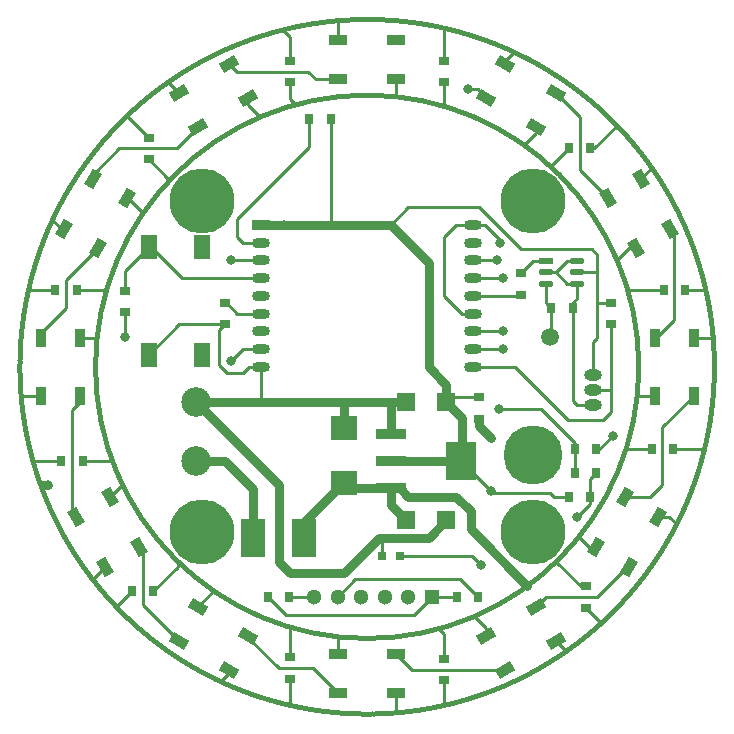
<source format=gtl>
G04 Layer_Physical_Order=1*
G04 Layer_Color=255*
%FSTAX42Y42*%
%MOMM*%
G71*
G01*
G75*
%ADD10C,0.41*%
%ADD11R,0.80X0.95*%
%ADD12R,0.80X0.80*%
%ADD13R,0.95X0.80*%
%ADD14O,1.20X0.55*%
%ADD15R,1.20X0.55*%
%ADD16R,1.40X2.10*%
%ADD17R,2.30X2.00*%
%ADD18R,1.60X1.60*%
%ADD19R,2.55X0.95*%
%ADD20R,2.55X3.30*%
%ADD21R,1.50X0.90*%
G04:AMPARAMS|DCode=22|XSize=1.5mm|YSize=0.9mm|CornerRadius=0mm|HoleSize=0mm|Usage=FLASHONLY|Rotation=30.000|XOffset=0mm|YOffset=0mm|HoleType=Round|Shape=Rectangle|*
%AMROTATEDRECTD22*
4,1,4,-0.42,-0.76,-0.87,0.01,0.42,0.76,0.87,-0.01,-0.42,-0.76,0.0*
%
%ADD22ROTATEDRECTD22*%

G04:AMPARAMS|DCode=23|XSize=1.5mm|YSize=0.9mm|CornerRadius=0mm|HoleSize=0mm|Usage=FLASHONLY|Rotation=60.000|XOffset=0mm|YOffset=0mm|HoleType=Round|Shape=Rectangle|*
%AMROTATEDRECTD23*
4,1,4,0.01,-0.87,-0.76,-0.42,-0.01,0.87,0.76,0.42,0.01,-0.87,0.0*
%
%ADD23ROTATEDRECTD23*%

%ADD24R,0.90X1.50*%
G04:AMPARAMS|DCode=25|XSize=1.5mm|YSize=0.9mm|CornerRadius=0mm|HoleSize=0mm|Usage=FLASHONLY|Rotation=120.000|XOffset=0mm|YOffset=0mm|HoleType=Round|Shape=Rectangle|*
%AMROTATEDRECTD25*
4,1,4,0.76,-0.42,-0.01,-0.87,-0.76,0.42,0.01,0.87,0.76,-0.42,0.0*
%
%ADD25ROTATEDRECTD25*%

G04:AMPARAMS|DCode=26|XSize=1.5mm|YSize=0.9mm|CornerRadius=0mm|HoleSize=0mm|Usage=FLASHONLY|Rotation=150.000|XOffset=0mm|YOffset=0mm|HoleType=Round|Shape=Rectangle|*
%AMROTATEDRECTD26*
4,1,4,0.87,0.01,0.42,-0.76,-0.87,-0.01,-0.42,0.76,0.87,0.01,0.0*
%
%ADD26ROTATEDRECTD26*%

%ADD27O,1.50X0.90*%
%ADD28R,2.00X3.30*%
%ADD29C,0.25*%
%ADD30C,0.76*%
%ADD31C,2.50*%
%ADD32O,1.50X1.00*%
%ADD33C,1.30*%
%ADD34R,1.30X1.30*%
%ADD35C,5.50*%
%ADD36C,5.00*%
%ADD37C,1.50*%
%ADD38C,0.81*%
D10*
X025996Y039259D02*
G03*
X026033Y039294I-001967J002185D01*
G01*
X025957Y039225D02*
G03*
X025996Y039259I-001929J002219D01*
G01*
X02464Y038568D02*
G03*
X02469Y038579I-000611J002876D01*
G01*
D02*
G03*
X02474Y038591I-000661J002865D01*
G01*
X021878Y039439D02*
G03*
X021913Y039401I00215J002005D01*
G01*
D02*
G03*
X021949Y039365I002115J002042D01*
G01*
X021188Y040683D02*
G03*
X021202Y040633I00284J000761D01*
G01*
D02*
G03*
X021217Y040584I002826J00081D01*
G01*
X021176Y042155D02*
G03*
X021164Y042105I002853J-000711D01*
G01*
D02*
G03*
X021153Y042055I002865J-000661D01*
G01*
X025317Y044086D02*
G03*
X025271Y044108I-001289J-002642D01*
G01*
D02*
G03*
X025224Y04413I-001242J-002665D01*
G01*
X023823Y044377D02*
G03*
X023772Y044373I000205J-002933D01*
G01*
D02*
G03*
X023721Y044368I000256J-002929D01*
G01*
X022342Y043852D02*
G03*
X0223Y043822I001686J-002408D01*
G01*
X022384Y043881D02*
G03*
X022342Y043852I001644J-002437D01*
G01*
X021386Y042733D02*
G03*
X021364Y042686I002642J-001289D01*
G01*
D02*
G03*
X021342Y04264I002665J-001242D01*
G01*
X021099Y041188D02*
G03*
X021104Y041136I002929J000256D01*
G01*
X021095Y041239D02*
G03*
X021099Y041188I002933J000205D01*
G01*
X02168Y039674D02*
G03*
X021712Y039634I002348J001769D01*
G01*
Y039634D02*
G03*
X021743Y039594I002317J00181D01*
G01*
X024233Y038511D02*
G03*
X024284Y038515I-000205J002933D01*
G01*
D02*
G03*
X024336Y03852I-000256J002929D01*
G01*
X025715Y039035D02*
G03*
X025756Y039065I-001686J002408D01*
G01*
X025672Y039006D02*
G03*
X025715Y039035I-001644J002437D01*
G01*
X026648Y040109D02*
G03*
X026671Y040155I-00262J001335D01*
G01*
X026624Y040064D02*
G03*
X026648Y040109I-002596J00138D01*
G01*
X026957Y0417D02*
G03*
X026952Y041751I-002929J-000256D01*
G01*
X026961Y041649D02*
G03*
X026957Y0417I-002933J-000205D01*
G01*
X026466Y043088D02*
G03*
X026437Y04313I-002437J-001644D01*
G01*
D02*
G03*
X026407Y043172I-002408J-001686D01*
G01*
X021986Y043559D02*
G03*
X021949Y043523I002042J-002115D01*
G01*
X022023Y043594D02*
G03*
X021986Y043559I002005J-00215D01*
G01*
X026143Y043486D02*
G03*
X026107Y043523I-002115J-002042D01*
G01*
X026178Y043449D02*
G03*
X026143Y043486I-00215J-002005D01*
G01*
X026968Y041444D02*
G03*
X026968Y041495I-00294J0D01*
G01*
D02*
G03*
X026966Y041546I-00294J-000051D01*
G01*
D02*
G03*
X026964Y041598I-002938J-000103D01*
G01*
D02*
G03*
X026961Y041649I-002936J-000154D01*
G01*
D02*
G03*
X026957Y0417I-002933J-000205D01*
G01*
D02*
G03*
X026952Y041751I-002929J-000256D01*
G01*
D02*
G03*
X026946Y041802I-002924J-000307D01*
G01*
D02*
G03*
X02694Y041853I-002918J-000358D01*
G01*
D02*
G03*
X026932Y041904I-002911J-000409D01*
G01*
D02*
G03*
X026924Y041954I-002904J-00046D01*
G01*
D02*
G03*
X026914Y042005I-002895J-000511D01*
G01*
D02*
G03*
X026904Y042055I-002886J-000561D01*
G01*
D02*
G03*
X026893Y042105I-002876J-000611D01*
G01*
D02*
G03*
X026881Y042155I-002865J-000661D01*
G01*
D02*
G03*
X026868Y042205I-002853J-000711D01*
G01*
D02*
G03*
X026854Y042254I-00284J-000761D01*
G01*
D02*
G03*
X02684Y042303I-002826J-00081D01*
G01*
D02*
G03*
X026824Y042352I-002812J-00086D01*
G01*
D02*
G03*
X026808Y042401I-002796J-000909D01*
G01*
D02*
G03*
X026791Y042449I-00278J-000957D01*
G01*
D02*
G03*
X026773Y042497I-002763J-001006D01*
G01*
D02*
G03*
X026754Y042545I-002745J-001054D01*
G01*
D02*
G03*
X026735Y042593I-002726J-001101D01*
G01*
D02*
G03*
X026714Y04264I-002706J-001149D01*
G01*
D02*
G03*
X026693Y042686I-002686J-001196D01*
G01*
D02*
G03*
X026671Y042733I-002665J-001242D01*
G01*
D02*
G03*
X026648Y042778I-002642J-001289D01*
G01*
D02*
G03*
X026624Y042824I-00262J-001335D01*
G01*
D02*
G03*
X0266Y042869I-002596J-00138D01*
G01*
D02*
G03*
X026574Y042914I-002571J-001425D01*
G01*
D02*
G03*
X026548Y042958I-002546J-00147D01*
G01*
D02*
G03*
X026522Y043002I-00252J-001514D01*
G01*
D02*
G03*
X026494Y043045I-002493J-001558D01*
G01*
D02*
G03*
X026466Y043088I-002466J-001601D01*
G01*
D02*
G03*
X026437Y04313I-002437J-001644D01*
G01*
D02*
G03*
X026407Y043172I-002408J-001686D01*
G01*
D02*
G03*
X026376Y043213I-002379J-001728D01*
G01*
D02*
G03*
X026345Y043254I-002348J-001769D01*
G01*
D02*
G03*
X026313Y043294I-002317J-00181D01*
G01*
D02*
G03*
X02628Y043334I-002285J-00185D01*
G01*
D02*
G03*
X026247Y043373I-002252J-00189D01*
G01*
D02*
G03*
X026213Y043411I-002219J-001929D01*
G01*
D02*
G03*
X026178Y043449I-002185J-001967D01*
G01*
D02*
G03*
X026143Y043486I-00215J-002005D01*
G01*
D02*
G03*
X026107Y043523I-002115J-002042D01*
G01*
D02*
G03*
X026071Y043559I-002079J-002079D01*
G01*
D02*
G03*
X026033Y043594I-002042J-002115D01*
G01*
D02*
G03*
X025996Y043629I-002005J-00215D01*
G01*
D02*
G03*
X025957Y043663I-001967J-002185D01*
G01*
D02*
G03*
X025918Y043696I-001929J-002219D01*
G01*
D02*
G03*
X025878Y043729I-00189J-002252D01*
G01*
D02*
G03*
X025838Y043761I-00185J-002285D01*
G01*
D02*
G03*
X025798Y043792I-00181J-002317D01*
G01*
D02*
G03*
X025756Y043822I-001769J-002348D01*
G01*
D02*
G03*
X025715Y043852I-001728J-002379D01*
G01*
D02*
G03*
X025672Y043881I-001686J-002408D01*
G01*
D02*
G03*
X025629Y043909I-001644J-002437D01*
G01*
D02*
G03*
X025586Y043937I-001601J-002466D01*
G01*
D02*
G03*
X025542Y043964I-001558J-002493D01*
G01*
D02*
G03*
X025498Y04399I-001514J-00252D01*
G01*
D02*
G03*
X025454Y044015I-00147J-002546D01*
G01*
D02*
G03*
X025409Y04404I-001425J-002571D01*
G01*
D02*
G03*
X025363Y044063I-00138J-002596D01*
G01*
D02*
G03*
X025317Y044086I-001335J-00262D01*
G01*
D02*
G03*
X025271Y044108I-001289J-002642D01*
G01*
D02*
G03*
X025224Y04413I-001242J-002665D01*
G01*
D02*
G03*
X025177Y04415I-001196J-002686D01*
G01*
D02*
G03*
X02513Y04417I-001149J-002706D01*
G01*
D02*
G03*
X025082Y044188I-001101J-002726D01*
G01*
D02*
G03*
X025034Y044206I-001054J-002745D01*
G01*
D02*
G03*
X024985Y044224I-001006J-002763D01*
G01*
D02*
G03*
X024937Y04424I-000957J-00278D01*
G01*
D02*
G03*
X024888Y044255I-000909J-002796D01*
G01*
D02*
G03*
X024839Y04427I-00086J-002812D01*
G01*
D02*
G03*
X024789Y044284I-00081J-002826D01*
G01*
D02*
G03*
X02474Y044296I-000761J-00284D01*
G01*
D02*
G03*
X02469Y044308I-000711J-002853D01*
G01*
D02*
G03*
X02464Y04432I-000661J-002865D01*
G01*
D02*
G03*
X024589Y04433I-000611J-002876D01*
G01*
D02*
G03*
X024539Y044339I-000561J-002886D01*
G01*
D02*
G03*
X024488Y044348I-000511J-002895D01*
G01*
D02*
G03*
X024437Y044355I-00046J-002904D01*
G01*
D02*
G03*
X024387Y044362I-000409J-002911D01*
G01*
D02*
G03*
X024336Y044368I-000358J-002918D01*
G01*
D02*
G03*
X024284Y044373I-000307J-002924D01*
G01*
D02*
G03*
X024233Y044377I-000256J-002929D01*
G01*
D02*
G03*
X024182Y04438I-000205J-002933D01*
G01*
D02*
G03*
X024131Y044382I-000154J-002936D01*
G01*
D02*
G03*
X02408Y044383I-000103J-002938D01*
G01*
D02*
G03*
X024028Y044384I-000051J-00294D01*
G01*
D02*
G03*
X023977Y044383I0J-00294D01*
G01*
D02*
G03*
X023926Y044382I000051J-00294D01*
G01*
D02*
G03*
X023874Y04438I000103J-002938D01*
G01*
D02*
G03*
X023823Y044377I000154J-002936D01*
G01*
D02*
G03*
X023772Y044373I000205J-002933D01*
G01*
D02*
G03*
X023721Y044368I000256J-002929D01*
G01*
D02*
G03*
X02367Y044362I000307J-002924D01*
G01*
D02*
G03*
X023619Y044355I000358J-002918D01*
G01*
D02*
G03*
X023568Y044348I000409J-002911D01*
G01*
D02*
G03*
X023518Y044339I00046J-002904D01*
G01*
D02*
G03*
X023467Y04433I000511J-002895D01*
G01*
D02*
G03*
X023417Y04432I000561J-002886D01*
G01*
D02*
G03*
X023367Y044308I000611J-002876D01*
G01*
D02*
G03*
X023317Y044296I000661J-002865D01*
G01*
D02*
G03*
X023267Y044284I000711J-002853D01*
G01*
D02*
G03*
X023218Y04427I000761J-00284D01*
G01*
D02*
G03*
X023169Y044255I00081J-002826D01*
G01*
D02*
G03*
X02312Y04424I00086J-002812D01*
G01*
D02*
G03*
X023071Y044224I000909J-002796D01*
G01*
D02*
G03*
X023023Y044206I000957J-00278D01*
G01*
D02*
G03*
X022975Y044188I001006J-002763D01*
G01*
D02*
G03*
X022927Y04417I001054J-002745D01*
G01*
D02*
G03*
X02288Y04415I001101J-002726D01*
G01*
D02*
G03*
X022832Y04413I001149J-002706D01*
G01*
D02*
G03*
X022786Y044108I001196J-002686D01*
G01*
D02*
G03*
X022739Y044086I001242J-002665D01*
G01*
D02*
G03*
X022694Y044063I001289J-002642D01*
G01*
D02*
G03*
X022648Y04404I001335J-00262D01*
G01*
D02*
G03*
X022603Y044015I00138J-002596D01*
G01*
D02*
G03*
X022558Y04399I001425J-002571D01*
G01*
D02*
G03*
X022514Y043964I00147J-002546D01*
G01*
D02*
G03*
X02247Y043937I001514J-00252D01*
G01*
D02*
G03*
X022427Y043909I001558J-002493D01*
G01*
D02*
G03*
X022384Y043881I001601J-002466D01*
G01*
D02*
G03*
X022342Y043852I001644J-002437D01*
G01*
D02*
G03*
X0223Y043822I001686J-002408D01*
G01*
D02*
G03*
X022259Y043792I001728J-002379D01*
G01*
D02*
G03*
X022218Y043761I001769J-002348D01*
G01*
D02*
G03*
X022178Y043729I00181J-002317D01*
G01*
D02*
G03*
X022138Y043696I00185J-002285D01*
G01*
D02*
G03*
X022099Y043663I00189J-002252D01*
G01*
D02*
G03*
X022061Y043629I001929J-002219D01*
G01*
D02*
G03*
X022023Y043594I001967J-002185D01*
G01*
D02*
G03*
X021986Y043559I002005J-00215D01*
G01*
D02*
G03*
X021949Y043523I002042J-002115D01*
G01*
D02*
G03*
X021913Y043486I002079J-002079D01*
G01*
D02*
G03*
X021878Y043449I002115J-002042D01*
G01*
D02*
G03*
X021843Y043411I00215J-002005D01*
G01*
D02*
G03*
X021809Y043373I002185J-001967D01*
G01*
D02*
G03*
X021776Y043334I002219J-001929D01*
G01*
D02*
G03*
X021743Y043294I002252J-00189D01*
G01*
D02*
G03*
X021712Y043254I002285J-00185D01*
G01*
D02*
G03*
X02168Y043213I002317J-00181D01*
G01*
D02*
G03*
X02165Y043172I002348J-001769D01*
G01*
D02*
G03*
X02162Y04313I002379J-001728D01*
G01*
D02*
G03*
X021591Y043088I002408J-001686D01*
G01*
D02*
G03*
X021563Y043045I002437J-001644D01*
G01*
D02*
G03*
X021535Y043002I002466J-001601D01*
G01*
D02*
G03*
X021508Y042958I002493J-001558D01*
G01*
D02*
G03*
X021482Y042914I00252J-001514D01*
G01*
D02*
G03*
X021457Y042869I002546J-00147D01*
G01*
D02*
G03*
X021432Y042824I002571J-001425D01*
G01*
D02*
G03*
X021409Y042778I002596J-00138D01*
G01*
D02*
G03*
X021386Y042733I00262J-001335D01*
G01*
D02*
G03*
X021364Y042686I002642J-001289D01*
G01*
D02*
G03*
X021342Y04264I002665J-001242D01*
G01*
D02*
G03*
X021322Y042593I002686J-001196D01*
G01*
D02*
G03*
X021302Y042545I002706J-001149D01*
G01*
D02*
G03*
X021284Y042497I002726J-001101D01*
G01*
D02*
G03*
X021266Y042449I002745J-001054D01*
G01*
D02*
G03*
X021248Y042401I002763J-001006D01*
G01*
D02*
G03*
X021232Y042352I00278J-000957D01*
G01*
D02*
G03*
X021217Y042303I002796J-000909D01*
G01*
D02*
G03*
X021202Y042254I002812J-00086D01*
G01*
D02*
G03*
X021188Y042205I002826J-00081D01*
G01*
D02*
G03*
X021176Y042155I00284J-000761D01*
G01*
D02*
G03*
X021164Y042105I002853J-000711D01*
G01*
D02*
G03*
X021153Y042055I002865J-000661D01*
G01*
D02*
G03*
X021142Y042005I002876J-000611D01*
G01*
D02*
G03*
X021133Y041954I002886J-000561D01*
G01*
D02*
G03*
X021124Y041904I002895J-000511D01*
G01*
D02*
G03*
X021117Y041853I002904J-00046D01*
G01*
D02*
G03*
X02111Y041802I002911J-000409D01*
G01*
D02*
G03*
X021104Y041751I002918J-000358D01*
G01*
D02*
G03*
X021099Y0417I002924J-000307D01*
G01*
D02*
G03*
X021095Y041649I002929J-000256D01*
G01*
D02*
G03*
X021092Y041598I002933J-000205D01*
G01*
D02*
G03*
X02109Y041546I002936J-000154D01*
G01*
D02*
G03*
X021089Y041495I002938J-000103D01*
G01*
D02*
G03*
X021088Y041444I00294J-000051D01*
G01*
D02*
G03*
X021089Y041392I00294J0D01*
G01*
D02*
G03*
X02109Y041341I00294J000051D01*
G01*
D02*
G03*
X021092Y04129I002938J000103D01*
G01*
D02*
G03*
X021095Y041239I002936J000154D01*
G01*
D02*
G03*
X021099Y041188I002933J000205D01*
G01*
D02*
G03*
X021104Y041136I002929J000256D01*
G01*
D02*
G03*
X02111Y041085I002924J000307D01*
G01*
D02*
G03*
X021117Y041035I002918J000358D01*
G01*
D02*
G03*
X021124Y040984I002911J000409D01*
G01*
D02*
G03*
X021133Y040933I002904J00046D01*
G01*
D02*
G03*
X021142Y040883I002895J000511D01*
G01*
D02*
G03*
X021153Y040833I002886J000561D01*
G01*
D02*
G03*
X021164Y040782I002876J000611D01*
G01*
D02*
G03*
X021176Y040733I002865J000661D01*
G01*
D02*
G03*
X021188Y040683I002853J000711D01*
G01*
D02*
G03*
X021202Y040633I00284J000761D01*
G01*
D02*
G03*
X021217Y040584I002826J00081D01*
G01*
D02*
G03*
X021232Y040535I002812J00086D01*
G01*
D02*
G03*
X021248Y040487I002796J000909D01*
G01*
D02*
G03*
X021266Y040438I00278J000957D01*
G01*
D02*
G03*
X021284Y04039I002763J001006D01*
G01*
D02*
G03*
X021302Y040342I002745J001054D01*
G01*
D02*
G03*
X021322Y040295I002726J001101D01*
G01*
D02*
G03*
X021342Y040248I002706J001149D01*
G01*
D02*
G03*
X021364Y040201I002686J001196D01*
G01*
D02*
G03*
X021386Y040155I002665J001242D01*
G01*
D02*
G03*
X021409Y040109I002642J001289D01*
G01*
D02*
G03*
X021432Y040064I00262J001335D01*
G01*
D02*
G03*
X021457Y040018I002596J00138D01*
G01*
D02*
G03*
X021482Y039974I002571J001425D01*
G01*
D02*
G03*
X021508Y03993I002546J00147D01*
G01*
D02*
G03*
X021535Y039886I00252J001514D01*
G01*
D02*
G03*
X021563Y039843I002493J001558D01*
G01*
D02*
G03*
X021591Y0398I002466J001601D01*
G01*
D02*
G03*
X02162Y039757I002437J001644D01*
G01*
D02*
G03*
X02165Y039716I002408J001686D01*
G01*
D02*
G03*
X02168Y039674I002379J001728D01*
G01*
D02*
G03*
X021712Y039634I002348J001769D01*
G01*
D02*
G03*
X021743Y039594I002317J00181D01*
G01*
D02*
G03*
X021776Y039554I002285J00185D01*
G01*
D02*
G03*
X021809Y039515I002252J00189D01*
G01*
D02*
G03*
X021843Y039477I002219J001929D01*
G01*
D02*
G03*
X021878Y039439I002185J001967D01*
G01*
D02*
G03*
X021913Y039401I00215J002005D01*
G01*
D02*
G03*
X021949Y039365I002115J002042D01*
G01*
D02*
G03*
X021986Y039329I002079J002079D01*
G01*
D02*
G03*
X022023Y039294I002042J002115D01*
G01*
D02*
G03*
X022061Y039259I002005J00215D01*
G01*
D02*
G03*
X022099Y039225I001967J002185D01*
G01*
D02*
G03*
X022138Y039192I001929J002219D01*
G01*
D02*
G03*
X022178Y039159I00189J002252D01*
G01*
D02*
G03*
X022218Y039127I00185J002285D01*
G01*
D02*
G03*
X022259Y039096I00181J002317D01*
G01*
D02*
G03*
X0223Y039065I001769J002348D01*
G01*
D02*
G03*
X022342Y039035I001728J002379D01*
G01*
D02*
G03*
X022384Y039006I001686J002408D01*
G01*
D02*
G03*
X022427Y038978I001644J002437D01*
G01*
D02*
G03*
X02247Y038951I001601J002466D01*
G01*
D02*
G03*
X022514Y038924I001558J002493D01*
G01*
D02*
G03*
X022558Y038898I001514J00252D01*
G01*
D02*
G03*
X022603Y038872I00147J002546D01*
G01*
D02*
G03*
X022648Y038848I001425J002571D01*
G01*
D02*
G03*
X022694Y038824I00138J002596D01*
G01*
D02*
G03*
X022739Y038801I001335J00262D01*
G01*
D02*
G03*
X022786Y038779I001289J002642D01*
G01*
D02*
G03*
X022832Y038758I001242J002665D01*
G01*
D02*
G03*
X02288Y038737I001196J002686D01*
G01*
D02*
G03*
X022927Y038718I001149J002706D01*
G01*
D02*
G03*
X022975Y038699I001101J002726D01*
G01*
D02*
G03*
X023023Y038681I001054J002745D01*
G01*
D02*
G03*
X023071Y038664I001006J002763D01*
G01*
D02*
G03*
X02312Y038648I000957J00278D01*
G01*
D02*
G03*
X023169Y038632I000909J002796D01*
G01*
D02*
G03*
X023218Y038618I00086J002812D01*
G01*
D02*
G03*
X023267Y038604I00081J002826D01*
G01*
D02*
G03*
X023317Y038591I000761J00284D01*
G01*
D02*
G03*
X023367Y038579I000711J002853D01*
G01*
D02*
G03*
X023417Y038568I000661J002865D01*
G01*
D02*
G03*
X023467Y038558I000611J002876D01*
G01*
D02*
G03*
X023518Y038548I000561J002886D01*
G01*
D02*
G03*
X023568Y03854I000511J002895D01*
G01*
D02*
G03*
X023619Y038532I00046J002904D01*
G01*
D02*
G03*
X02367Y038526I000409J002911D01*
G01*
D02*
G03*
X023721Y03852I000358J002918D01*
G01*
D02*
G03*
X023772Y038515I000307J002924D01*
G01*
D02*
G03*
X023823Y038511I000256J002929D01*
G01*
D02*
G03*
X023874Y038508I000205J002933D01*
G01*
D02*
G03*
X023926Y038506I000154J002936D01*
G01*
D02*
G03*
X023977Y038504I000103J002938D01*
G01*
D02*
G03*
X024028Y038504I000051J00294D01*
G01*
D02*
G03*
X02408Y038504I0J00294D01*
G01*
D02*
G03*
X024131Y038506I-000051J00294D01*
G01*
D02*
G03*
X024182Y038508I-000103J002938D01*
G01*
D02*
G03*
X024233Y038511I-000154J002936D01*
G01*
D02*
G03*
X024284Y038515I-000205J002933D01*
G01*
D02*
G03*
X024336Y03852I-000256J002929D01*
G01*
D02*
G03*
X024387Y038526I-000307J002924D01*
G01*
D02*
G03*
X024437Y038532I-000358J002918D01*
G01*
D02*
G03*
X024488Y03854I-000409J002911D01*
G01*
D02*
G03*
X024539Y038548I-00046J002904D01*
G01*
D02*
G03*
X024589Y038558I-000511J002895D01*
G01*
D02*
G03*
X02464Y038568I-000561J002886D01*
G01*
D02*
G03*
X02469Y038579I-000611J002876D01*
G01*
D02*
G03*
X02474Y038591I-000661J002865D01*
G01*
D02*
G03*
X024789Y038604I-000711J002853D01*
G01*
D02*
G03*
X024839Y038618I-000761J00284D01*
G01*
D02*
G03*
X024888Y038632I-00081J002826D01*
G01*
D02*
G03*
X024937Y038648I-00086J002812D01*
G01*
D02*
G03*
X024985Y038664I-000909J002796D01*
G01*
D02*
G03*
X025034Y038681I-000957J00278D01*
G01*
D02*
G03*
X025082Y038699I-001006J002763D01*
G01*
D02*
G03*
X02513Y038718I-001054J002745D01*
G01*
D02*
G03*
X025177Y038737I-001101J002726D01*
G01*
D02*
G03*
X025224Y038758I-001149J002706D01*
G01*
D02*
G03*
X025271Y038779I-001196J002686D01*
G01*
D02*
G03*
X025317Y038801I-001242J002665D01*
G01*
D02*
G03*
X025363Y038824I-001289J002642D01*
G01*
D02*
G03*
X025409Y038848I-001335J00262D01*
G01*
D02*
G03*
X025454Y038872I-00138J002596D01*
G01*
D02*
G03*
X025498Y038898I-001425J002571D01*
G01*
D02*
G03*
X025542Y038924I-00147J002546D01*
G01*
D02*
G03*
X025586Y038951I-001514J00252D01*
G01*
D02*
G03*
X025629Y038978I-001558J002493D01*
G01*
D02*
G03*
X025672Y039006I-001601J002466D01*
G01*
D02*
G03*
X025715Y039035I-001644J002437D01*
G01*
D02*
G03*
X025756Y039065I-001686J002408D01*
G01*
D02*
G03*
X025798Y039096I-001728J002379D01*
G01*
D02*
G03*
X025838Y039127I-001769J002348D01*
G01*
D02*
G03*
X025878Y039159I-00181J002317D01*
G01*
D02*
G03*
X025918Y039192I-00185J002285D01*
G01*
D02*
G03*
X025957Y039225I-00189J002252D01*
G01*
D02*
G03*
X025996Y039259I-001929J002219D01*
G01*
D02*
G03*
X026033Y039294I-001967J002185D01*
G01*
D02*
G03*
X026071Y039329I-002005J00215D01*
G01*
D02*
G03*
X026107Y039365I-002042J002115D01*
G01*
D02*
G03*
X026143Y039401I-002079J002079D01*
G01*
D02*
G03*
X026178Y039439I-002115J002042D01*
G01*
D02*
G03*
X026213Y039477I-00215J002005D01*
G01*
D02*
G03*
X026247Y039515I-002185J001967D01*
G01*
D02*
G03*
X02628Y039554I-002219J001929D01*
G01*
D02*
G03*
X026313Y039594I-002252J00189D01*
G01*
D02*
G03*
X026345Y039634I-002285J00185D01*
G01*
D02*
G03*
X026376Y039674I-002317J00181D01*
G01*
D02*
G03*
X026407Y039716I-002348J001769D01*
G01*
D02*
G03*
X026437Y039757I-002379J001728D01*
G01*
D02*
G03*
X026466Y0398I-002408J001686D01*
G01*
D02*
G03*
X026494Y039843I-002437J001644D01*
G01*
D02*
G03*
X026522Y039886I-002466J001601D01*
G01*
D02*
G03*
X026548Y03993I-002493J001558D01*
G01*
D02*
G03*
X026574Y039974I-00252J001514D01*
G01*
D02*
G03*
X0266Y040018I-002546J00147D01*
G01*
D02*
G03*
X026624Y040064I-002571J001425D01*
G01*
D02*
G03*
X026648Y040109I-002596J00138D01*
G01*
D02*
G03*
X026671Y040155I-00262J001335D01*
G01*
D02*
G03*
X026693Y040201I-002642J001289D01*
G01*
D02*
G03*
X026714Y040248I-002665J001242D01*
G01*
D02*
G03*
X026735Y040295I-002686J001196D01*
G01*
D02*
G03*
X026754Y040342I-002706J001149D01*
G01*
D02*
G03*
X026773Y04039I-002726J001101D01*
G01*
D02*
G03*
X026791Y040438I-002745J001054D01*
G01*
D02*
G03*
X026808Y040487I-002763J001006D01*
G01*
D02*
G03*
X026824Y040535I-00278J000957D01*
G01*
D02*
G03*
X02684Y040584I-002796J000909D01*
G01*
D02*
G03*
X026854Y040633I-002812J00086D01*
G01*
D02*
G03*
X026868Y040683I-002826J00081D01*
G01*
D02*
G03*
X026881Y040733I-00284J000761D01*
G01*
D02*
G03*
X026893Y040782I-002853J000711D01*
G01*
D02*
G03*
X026904Y040833I-002865J000661D01*
G01*
D02*
G03*
X026914Y040883I-002876J000611D01*
G01*
D02*
G03*
X026924Y040933I-002886J000561D01*
G01*
D02*
G03*
X026932Y040984I-002895J000511D01*
G01*
D02*
G03*
X02694Y041035I-002904J00046D01*
G01*
D02*
G03*
X026946Y041085I-002911J000409D01*
G01*
D02*
G03*
X026952Y041136I-002918J000358D01*
G01*
D02*
G03*
X026957Y041188I-002924J000307D01*
G01*
D02*
G03*
X026961Y041239I-002929J000256D01*
G01*
D02*
G03*
X026964Y04129I-002933J000205D01*
G01*
D02*
G03*
X026966Y041341I-002936J000154D01*
G01*
D02*
G03*
X026968Y041392I-002938J000103D01*
G01*
D02*
G03*
X026968Y041444I-00294J000051D01*
G01*
X026328D02*
G03*
X026328Y041444I-0023J0D01*
G01*
D02*
G03*
X026328Y041444I-0023J0D01*
G01*
D11*
X025968Y040544D02*
D03*
X025788D02*
D03*
X025738Y040344D02*
D03*
X025918D02*
D03*
X025788Y040744D02*
D03*
X025968D02*
D03*
X023718Y043544D02*
D03*
X023538D02*
D03*
X025768Y041944D02*
D03*
X025588D02*
D03*
X024788Y039494D02*
D03*
X024968D02*
D03*
X023188D02*
D03*
X023368D02*
D03*
X026438Y040744D02*
D03*
X026618D02*
D03*
X026538Y042094D02*
D03*
X026718D02*
D03*
X025738Y043294D02*
D03*
X025918D02*
D03*
X021568Y042094D02*
D03*
X021388D02*
D03*
X021618Y040644D02*
D03*
X021438D02*
D03*
X022218Y039544D02*
D03*
X022038D02*
D03*
D12*
X024153Y039844D02*
D03*
X024303D02*
D03*
D13*
X022828Y041804D02*
D03*
Y041984D02*
D03*
X024978Y041184D02*
D03*
Y041004D02*
D03*
X026093Y041804D02*
D03*
Y041984D02*
D03*
X025328Y042054D02*
D03*
Y042234D02*
D03*
X021978Y041904D02*
D03*
Y042084D02*
D03*
X023378Y038984D02*
D03*
Y038804D02*
D03*
X024678Y038968D02*
D03*
Y038788D02*
D03*
X025878Y039584D02*
D03*
Y039404D02*
D03*
X024678Y043854D02*
D03*
Y044034D02*
D03*
X023378Y043854D02*
D03*
Y044034D02*
D03*
X022178Y043204D02*
D03*
Y043384D02*
D03*
D14*
X025546Y042149D02*
D03*
Y042244D02*
D03*
X025808Y042149D02*
D03*
Y042244D02*
D03*
Y042339D02*
D03*
D15*
X025546Y042339D02*
D03*
D16*
X022178Y041544D02*
D03*
Y042454D02*
D03*
X022628Y041544D02*
D03*
Y042454D02*
D03*
D17*
X023828Y040924D02*
D03*
Y040464D02*
D03*
D18*
X024358Y041144D02*
D03*
X024698D02*
D03*
X024698Y040144D02*
D03*
X024358D02*
D03*
D19*
X024231Y040874D02*
D03*
Y040644D02*
D03*
Y040414D02*
D03*
D20*
X024826Y040644D02*
D03*
D21*
X024273Y039009D02*
D03*
Y038679D02*
D03*
X023783D02*
D03*
Y039009D02*
D03*
X023128Y042644D02*
D03*
X023783Y043879D02*
D03*
Y044209D02*
D03*
X024273D02*
D03*
Y043879D02*
D03*
D22*
X025458Y039409D02*
D03*
X025623Y039123D02*
D03*
X025199Y038878D02*
D03*
X025034Y039164D02*
D03*
X022599Y043478D02*
D03*
X022434Y043764D02*
D03*
X022858Y044009D02*
D03*
X023023Y043723D02*
D03*
D23*
X026208Y040338D02*
D03*
X026494Y040173D02*
D03*
X026249Y039749D02*
D03*
X025963Y039914D02*
D03*
X021749Y042449D02*
D03*
X021463Y042614D02*
D03*
X021708Y043038D02*
D03*
X021994Y042873D02*
D03*
D24*
X026463Y041689D02*
D03*
X026793D02*
D03*
Y041199D02*
D03*
X026463D02*
D03*
X021593D02*
D03*
X021263D02*
D03*
Y041689D02*
D03*
X021593D02*
D03*
D25*
X026063Y042873D02*
D03*
X026349Y043038D02*
D03*
X026594Y042614D02*
D03*
X026308Y042449D02*
D03*
X022094Y039914D02*
D03*
X021808Y039749D02*
D03*
X021563Y040173D02*
D03*
X021849Y040338D02*
D03*
D26*
X025034Y043723D02*
D03*
X025199Y044009D02*
D03*
X025623Y043764D02*
D03*
X025458Y043478D02*
D03*
X023023Y039164D02*
D03*
X022858Y038878D02*
D03*
X022434Y039123D02*
D03*
X022599Y039409D02*
D03*
D27*
X023128Y042494D02*
D03*
Y042344D02*
D03*
Y042194D02*
D03*
Y042044D02*
D03*
Y041894D02*
D03*
Y041744D02*
D03*
Y041594D02*
D03*
Y041444D02*
D03*
X024928Y042344D02*
D03*
Y042194D02*
D03*
Y042044D02*
D03*
Y041894D02*
D03*
Y041744D02*
D03*
Y041594D02*
D03*
Y041444D02*
D03*
Y042494D02*
D03*
Y042644D02*
D03*
D28*
X023063Y039994D02*
D03*
X023494D02*
D03*
D29*
X025146Y041088D02*
X025501D01*
X025788Y040801D01*
X025995Y040744D02*
X026111Y04086D01*
X025968Y040744D02*
X025995D01*
X025918Y040344D02*
Y040494D01*
X025968Y040544D01*
X025788D02*
Y040801D01*
X024303Y039844D02*
X024917D01*
X024993Y039767D01*
X024128Y039994D02*
X024153Y039969D01*
Y039844D02*
Y039969D01*
X025806Y040174D02*
X025918Y040286D01*
Y040344D01*
X024826Y040644D02*
X025093Y040377D01*
X025578D01*
X025611Y040344D01*
X025738D01*
X024928Y042344D02*
X025128D01*
X025028Y042644D02*
X025178Y042494D01*
X025153Y042494D02*
X025178D01*
X025178Y042494D01*
X024978Y042794D02*
X025328Y042444D01*
X024378Y042794D02*
X024978D01*
X025828Y043108D02*
X026063Y042873D01*
X025828Y043108D02*
Y043559D01*
X022928Y041894D02*
X023128D01*
X022838Y041984D02*
X022928Y041894D01*
X022828Y041984D02*
X022838D01*
X025978Y042244D02*
Y042394D01*
X025928Y042444D02*
X025978Y042394D01*
X025328Y042444D02*
X025928D01*
X025808Y042024D02*
Y042149D01*
X025768Y041984D02*
X025808Y042024D01*
X025768Y041944D02*
Y041984D01*
Y041154D02*
Y041944D01*
X025978Y041689D02*
Y042244D01*
X025808D02*
X025978D01*
X025318Y042044D02*
X025328Y042054D01*
X024928Y042044D02*
X025318D01*
X025328Y042234D02*
X025433Y042339D01*
X025546D01*
X024228Y042644D02*
X024378Y042794D01*
X023718Y042654D02*
Y043544D01*
X022928Y042544D02*
Y042694D01*
X022201Y042454D02*
X022461Y042194D01*
X022178Y042454D02*
X022201D01*
X022461Y042194D02*
X023128D01*
Y041144D02*
Y041444D01*
X023028D02*
X023128D01*
X022777Y041461D02*
Y041752D01*
Y041461D02*
X022844Y041394D01*
X024698Y041144D02*
X024738Y041184D01*
X024978D01*
X021978Y041694D02*
Y041904D01*
Y042254D02*
X022178Y042454D01*
X021978Y042084D02*
Y042254D01*
X022928Y042694D02*
X023538Y043304D01*
Y043544D01*
X022978Y042494D02*
X023128D01*
X022928Y042544D02*
X022978Y042494D01*
X024778Y042644D02*
X025028D01*
X025943Y041248D02*
X026093D01*
Y041804D01*
Y041058D02*
Y041248D01*
X026028Y040994D02*
X026093Y041058D01*
X025768Y041154D02*
X025801Y041121D01*
X025943D01*
X024928Y041444D02*
X025278D01*
X025728Y040994D01*
X026028D01*
X025943Y041653D02*
X025978Y041689D01*
X025943Y041375D02*
Y041653D01*
X026718Y042094D02*
X026882D01*
X023928Y039644D02*
X024818D01*
X023778Y039494D02*
X023928Y039644D01*
X024818D02*
X024968Y039494D01*
X024578D02*
X024788D01*
X023188D02*
X023338Y039344D01*
X024428D01*
X024578Y039494D01*
X023368D02*
X023578D01*
X024678Y042044D02*
Y042544D01*
X024778Y042644D01*
X024678Y042044D02*
X024828Y041894D01*
X024928D01*
X025988Y041984D02*
X026093D01*
X025628Y042244D02*
X025723Y042339D01*
X025808D01*
X025546Y042244D02*
X025628D01*
X025723Y042149D01*
X025808D01*
X025578Y041694D02*
X025588Y041704D01*
Y041944D01*
X025546Y041986D02*
X025588Y041944D01*
X025546Y041986D02*
Y042149D01*
X024928Y042044D02*
X024928Y042044D01*
X025136D01*
X025546Y042339D02*
X025563D01*
X022178Y041544D02*
X022438Y041804D01*
X022828D01*
X022978Y041394D02*
X023028Y041444D01*
X022844Y041394D02*
X022978D01*
X022777Y041752D02*
X022828Y041804D01*
X025629Y039793D02*
X025838Y039584D01*
X025679Y039833D02*
Y039843D01*
X022978Y041594D02*
X023128D01*
X022878Y041494D02*
X022978Y041594D01*
X024928Y042194D02*
X025178D01*
X024928Y041594D02*
X025178D01*
X024928Y041744D02*
X025178D01*
X022878Y042344D02*
X023128D01*
X026463Y041689D02*
X026473D01*
X026628Y041844D01*
Y042579D01*
X026594Y042614D02*
X026628Y042579D01*
X026349Y043042D02*
X026437Y04313D01*
X026349Y043038D02*
Y043042D01*
X026946Y041689D02*
X026957Y0417D01*
X026793Y041689D02*
X026946D01*
X026583Y040173D02*
X026648Y040109D01*
X026494Y040173D02*
X026583D01*
X025711Y039035D02*
X025715D01*
X025623Y039123D02*
X025711Y039035D01*
X024273Y038526D02*
X024284Y038515D01*
X024273Y038526D02*
Y038679D01*
X021712Y039634D02*
Y039653D01*
Y039634D02*
Y039634D01*
Y039653D02*
X021808Y039749D01*
X021099Y041188D02*
X021111Y041199D01*
X021263D01*
X021364Y042686D02*
X021436Y042614D01*
X021463D01*
X022342Y043852D02*
X022346D01*
X022434Y043764D01*
X023772Y044373D02*
X023783Y044361D01*
Y044209D02*
Y044361D01*
X025199Y044036D02*
X025271Y044108D01*
X025199Y044009D02*
Y044036D01*
X022786Y038779D02*
X022858Y038851D01*
Y038878D01*
X026208Y040338D02*
X026423D01*
X024273Y039009D02*
X024404Y038878D01*
X025199D01*
X025906Y039914D02*
X025963D01*
X025819Y040001D02*
X025906Y039914D01*
X023023Y039149D02*
Y039164D01*
Y039149D02*
X023278Y038894D01*
X023568D01*
X023783Y038679D01*
X023378Y038581D02*
Y038804D01*
X023375Y038577D02*
X023378Y038581D01*
Y038984D02*
Y039236D01*
X023377Y039238D02*
X023378Y039236D01*
X023783Y039009D02*
Y039154D01*
X021528Y041079D02*
X021593Y041144D01*
Y041199D01*
X021528Y040208D02*
X021563Y040173D01*
X021528Y040208D02*
Y041079D01*
X021478Y042179D02*
X021749Y042449D01*
X021263Y041689D02*
Y041729D01*
X021478Y041944D01*
Y042179D01*
X021728Y043038D02*
Y043094D01*
X022178Y043204D02*
X022337Y043045D01*
X022377D01*
X021994Y042873D02*
X021999D01*
X02213Y042743D01*
X022003Y043559D02*
X022178Y043384D01*
X021986Y043559D02*
X022003D01*
X022858Y044009D02*
X022923Y043944D01*
X023528D01*
X023593Y043879D02*
X023783D01*
X023528Y043944D02*
X023593Y043879D01*
X023023Y043657D02*
Y043723D01*
Y043657D02*
X023122Y043558D01*
X023378Y043708D02*
Y043854D01*
Y043708D02*
X023423Y043663D01*
X023378Y044034D02*
Y044235D01*
X023317Y044296D02*
X023378Y044235D01*
X024273Y043734D02*
Y043879D01*
X024678Y043651D02*
Y043854D01*
Y044034D02*
Y044297D01*
X025623Y043764D02*
X025828Y043559D01*
X025588Y043143D02*
X025738Y043294D01*
X025376Y043342D02*
X025458Y043423D01*
X025327Y043342D02*
X025376D01*
X025458Y043423D02*
Y043478D01*
X025918Y043294D02*
X025951D01*
X026143Y043486D01*
X026242Y042449D02*
X026308D01*
X026142Y04235D02*
X026242Y042449D01*
X026236Y042094D02*
X026538D01*
X026234Y042095D02*
X026236Y042094D01*
X026318Y041199D02*
X026463D01*
X026315Y041195D02*
X026318Y041199D01*
X026423Y040338D02*
X026528Y040444D01*
Y040934D01*
X026793Y041199D01*
X026223Y040744D02*
X026438D01*
X02622Y040746D02*
X026223Y040744D01*
X022094Y039914D02*
X022128Y039879D01*
Y039429D02*
Y039879D01*
Y039429D02*
X022434Y039123D01*
X026228Y039749D02*
X026249D01*
X025878Y039404D02*
X025996Y039287D01*
Y039259D02*
Y039287D01*
X025838Y039584D02*
X025878D01*
X025034Y039164D02*
Y03923D01*
X024934Y03933D02*
X025034Y03923D01*
X024678Y038968D02*
Y03918D01*
X024633Y039225D02*
X024678Y03918D01*
Y03859D02*
Y038788D01*
Y03859D02*
X02469Y038579D01*
X022218Y039544D02*
X022427Y039753D01*
Y039793D01*
X021913Y039419D02*
X022038Y039544D01*
X021913Y039401D02*
Y039419D01*
X022599Y039409D02*
Y039415D01*
X022729Y039546D01*
X021849Y040338D02*
X021946Y040435D01*
X021961D01*
X021618Y040644D02*
X021871D01*
X021873Y040642D01*
X021213Y040644D02*
X021438D01*
X021202Y040633D02*
X021213Y040644D01*
X021593Y041689D02*
X021738D01*
X021742Y041692D01*
X021568Y042094D02*
X021821D01*
X021823Y042095D01*
X021175Y042094D02*
X021388D01*
X021164Y042105D02*
X021175Y042094D01*
X024878Y043794D02*
X024963D01*
X025034Y043723D01*
X025458Y039409D02*
X025543Y039494D01*
X025973D01*
X026228Y039749D01*
X026618Y040744D02*
X02687D01*
X021728Y043094D02*
X021928Y043294D01*
X022414D01*
X022599Y043478D01*
D30*
X023128Y042644D02*
X024228D01*
X023278Y039794D02*
Y040444D01*
X023063Y039994D02*
Y040409D01*
X024978Y040944D02*
X025078Y040844D01*
X024978Y040944D02*
Y041004D01*
X022678Y041144D02*
X023828D01*
X022578Y041144D02*
X023278Y040444D01*
X022828Y040644D02*
X023063Y040409D01*
X023778Y040414D02*
X023878D01*
X023778D02*
X023828Y040464D01*
X023678Y040314D02*
X023778Y040414D01*
X023494Y040129D02*
X023678Y040314D01*
X023494Y039994D02*
Y040129D01*
X022578Y040644D02*
X022828D01*
X023278Y039794D02*
X023378Y039694D01*
X023828D01*
X024128Y039994D02*
X024548D01*
X023828Y039694D02*
X024128Y039994D01*
X024548Y041444D02*
Y042324D01*
Y041444D02*
X024698Y041294D01*
Y041144D02*
Y041294D01*
X023828Y041144D02*
X024358D01*
X023828Y040924D02*
Y041144D01*
X023878Y040414D02*
X024231D01*
X023828Y040464D02*
X023878Y040414D01*
X024903Y040069D02*
X025384Y039588D01*
X024378Y040344D02*
X024778D01*
X024903Y040069D02*
Y040219D01*
X024778Y040344D02*
X024903Y040219D01*
X024228Y042644D02*
X024548Y042324D01*
X021281Y040444D02*
X021328D01*
X024308Y040414D02*
X024378Y040344D01*
X024231Y040414D02*
X024308D01*
X024826Y040644D02*
X024828Y040646D01*
Y041014D01*
X024698Y041144D02*
X024828Y041014D01*
X024231Y040874D02*
Y041141D01*
Y040644D02*
X024826D01*
X024548Y039994D02*
X024698Y040144D01*
X024231Y040271D02*
Y040414D01*
Y040271D02*
X024358Y040144D01*
D31*
X022578Y040644D02*
D03*
Y041144D02*
D03*
D32*
X025943Y041121D02*
D03*
Y041248D02*
D03*
Y041375D02*
D03*
D33*
X023578Y039494D02*
D03*
X023778D02*
D03*
X023978D02*
D03*
X024378D02*
D03*
X024178D02*
D03*
D34*
X024578D02*
D03*
D35*
X022628Y040044D02*
D03*
Y042844D02*
D03*
X025428D02*
D03*
Y040044D02*
D03*
D36*
Y040694D02*
D03*
D37*
X025578Y041694D02*
D03*
D38*
X025146Y041088D02*
D03*
X024993Y039767D02*
D03*
X026111Y04086D02*
D03*
X025806Y040174D02*
D03*
X025153Y042494D02*
D03*
X025128Y042344D02*
D03*
X025078Y040844D02*
D03*
X023328Y042644D02*
D03*
X021978Y041694D02*
D03*
X025078Y040394D02*
D03*
X021328Y040444D02*
D03*
X024878Y043794D02*
D03*
X022878Y042344D02*
D03*
Y041494D02*
D03*
X025178Y041594D02*
D03*
Y041744D02*
D03*
Y042194D02*
D03*
M02*

</source>
